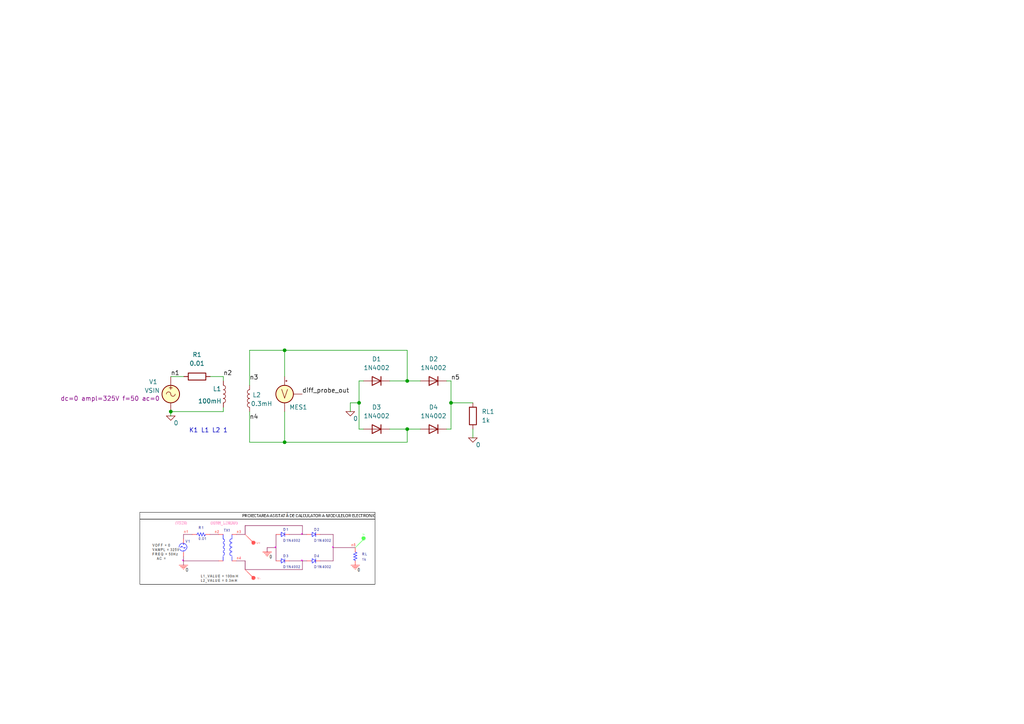
<source format=kicad_sch>
(kicad_sch (version 20250114) (generator "eeschema") (generator_version "9.0")
  (paper "A4")
  (lib_symbols
    (symbol "Device:L" (pin_numbers (hide yes)) (pin_names (offset 1.016) (hide yes))
      (property "Reference" "L" (at -1.27 0 90))
      (property "Value" "L" (at 1.905 0 90))
      (symbol "L_0_1"
        (arc (start 0 2.54) (mid 0.6323 1.905) (end 0 1.27))
        (arc (start 0 1.27) (mid 0.6323 0.635) (end 0 0))
        (arc (start 0 0) (mid 0.6323 -0.635) (end 0 -1.27))
        (arc (start 0 -1.27) (mid 0.6323 -1.905) (end 0 -2.54))
      )
      (symbol "L_1_1"
        (pin passive line (at 0 3.81 270) (length 1.27) (name "1") (number "1"))
        (pin passive line (at 0 -3.81 90) (length 1.27) (name "2") (number "2"))
      )
    )
    (symbol "Device:R" (pin_numbers (hide yes)) (pin_names (offset 0))
      (property "Reference" "R" (at 2.032 0 90))
      (property "Value" "R" (at 0 0 90))
      (symbol "R_0_1"
        (rectangle (start -1.016 -2.54) (end 1.016 2.54) (stroke (width 0.254)))
      )
      (symbol "R_1_1"
        (pin passive line (at 0 3.81 270) (length 1.27) (name "~") (number "1"))
        (pin passive line (at 0 -3.81 90) (length 1.27) (name "~") (number "2"))
      )
    )
    (symbol "Diode:1N4002" (pin_numbers (hide yes)) (pin_names (hide yes))
      (property "Reference" "D" (at 0 2.54 0))
      (property "Value" "1N4002" (at 0 -2.54 0))
      (symbol "1N4002_0_1"
        (polyline (pts (xy -1.27 1.27) (xy -1.27 -1.27)) (stroke (width 0.254)))
        (polyline (pts (xy 1.27 1.27) (xy 1.27 -1.27) (xy -1.27 0) (xy 1.27 1.27)) (stroke (width 0.254)))
        (polyline (pts (xy 1.27 0) (xy -1.27 0)))
      )
      (symbol "1N4002_1_1"
        (pin passive line (at -3.81 0 0) (length 2.54) (name "K") (number "1"))
        (pin passive line (at 3.81 0 180) (length 2.54) (name "A") (number "2"))
      )
    )
    (symbol "Simulation_SPICE:0" (power) (pin_numbers (hide yes)) (pin_names (offset 0) (hide yes))
      (property "Value" "0" (at 0 -2.54 0))
      (symbol "0_0_1"
        (polyline (pts (xy -1.27 0) (xy 0 -1.27) (xy 1.27 0) (xy -1.27 0)))
      )
      (symbol "0_1_1"
        (pin power_in line (at 0 0 0) (length 0) (name "~") (number "1"))
      )
    )
    (symbol "Simulation_SPICE:VOLTMETER_DIFF" (pin_numbers (hide yes)) (pin_names (offset 0.0254) (hide yes)) (in_bom no) (on_board no)
      (property "Reference" "MES?" (at -10.16 0 0))
      (symbol "VOLTMETER_DIFF_0_0"
        (text "V" (at 0 0 0) (effects (font (size 2.54 2.54))))
      )
      (symbol "VOLTMETER_DIFF_0_1"
        (circle (center 0 0) (radius 2.54) (stroke (width 0.254)) (fill (type background)))
        (polyline (pts (xy 0.254 3.81) (xy 0.762 3.81)))
        (polyline (pts (xy 0.508 4.064) (xy 0.508 3.556)))
      )
      (symbol "VOLTMETER_DIFF_1_1"
        (pin passive line (at 0 5.08 270) (length 2.54) (name "+") (number "1"))
        (pin passive line (at 0 -5.08 90) (length 2.54) (name "-") (number "2"))
        (pin output line (at 5.08 0 180) (length 2.54) (name "out") (number "3"))
      )
    )
    (symbol "Simulation_SPICE:VSIN" (pin_numbers (hide yes)) (pin_names (offset 0.0254))
      (property "Reference" "V" (at 2.54 2.54 0))
      (property "Value" "VSIN" (at 2.54 0 0))
      (property "Sim.Params" "dc=0 ampl=1 f=1k ac=1" (at 2.54 -2.54 0))
      (symbol "VSIN_0_0"
        (arc (start -1.27 0) (mid -0.635 0.6323) (end 0 0))
        (arc (start 1.27 0) (mid 0.635 -0.6323) (end 0 0))
        (text "+" (at 0 1.905 0) (effects (font (size 1.27 1.27))))
      )
      (symbol "VSIN_0_1"
        (circle (center 0 0) (radius 2.54) (stroke (width 0.254)) (fill (type background)))
      )
      (symbol "VSIN_1_1"
        (pin passive line (at 0 5.08 270) (length 2.54) (name "~") (number "1"))
        (pin passive line (at 0 -5.08 90) (length 2.54) (name "~") (number "2"))
      )
    )
  )
  (text "K1 L1 L2 1" (at 60.452 124.968 0) (effects (font (size 1.27 1.27))))
  (junction (at 118.11 124.46))
  (junction (at 130.81 116.84))
  (junction (at 82.55 128.27))
  (junction (at 118.11 110.49))
  (junction (at 82.55 101.6))
  (junction (at 49.53 119.38))
  (junction (at 104.14 116.84))
  (wire (pts (xy 72.39 119.38) (xy 72.39 128.27)))
  (wire (pts (xy 82.55 109.22) (xy 82.55 101.6)))
  (wire (pts (xy 137.16 124.46) (xy 137.16 127)))
  (wire (pts (xy 104.14 116.84) (xy 104.14 124.46)))
  (wire (pts (xy 72.39 128.27) (xy 82.55 128.27)))
  (wire (pts (xy 118.11 128.27) (xy 118.11 124.46)))
  (wire (pts (xy 118.11 110.49) (xy 121.92 110.49)))
  (wire (pts (xy 72.39 101.6) (xy 72.39 111.76)))
  (wire (pts (xy 104.14 110.49) (xy 105.41 110.49)))
  (wire (pts (xy 130.81 110.49) (xy 129.54 110.49)))
  (wire (pts (xy 82.55 119.38) (xy 82.55 128.27)))
  (wire (pts (xy 113.03 124.46) (xy 118.11 124.46)))
  (wire (pts (xy 104.14 110.49) (xy 104.14 116.84)))
  (wire (pts (xy 82.55 101.6) (xy 118.11 101.6)))
  (wire (pts (xy 49.53 119.38) (xy 64.77 119.38)))
  (wire (pts (xy 118.11 124.46) (xy 121.92 124.46)))
  (wire (pts (xy 64.77 109.22) (xy 64.77 110.49)))
  (wire (pts (xy 104.14 124.46) (xy 105.41 124.46)))
  (wire (pts (xy 113.03 110.49) (xy 118.11 110.49)))
  (wire (pts (xy 49.53 119.38) (xy 49.53 120.65)))
  (wire (pts (xy 101.6 116.84) (xy 104.14 116.84)))
  (wire (pts (xy 130.81 116.84) (xy 130.81 110.49)))
  (wire (pts (xy 49.53 109.22) (xy 53.34 109.22)))
  (wire (pts (xy 130.81 116.84) (xy 137.16 116.84)))
  (wire (pts (xy 64.77 118.11) (xy 64.77 119.38)))
  (wire (pts (xy 72.39 101.6) (xy 82.55 101.6)))
  (wire (pts (xy 60.96 109.22) (xy 64.77 109.22)))
  (wire (pts (xy 101.6 119.38) (xy 101.6 116.84)))
  (wire (pts (xy 82.55 128.27) (xy 118.11 128.27)))
  (wire (pts (xy 118.11 101.6) (xy 118.11 110.49)))
  (wire (pts (xy 130.81 116.84) (xy 130.81 124.46)))
  (wire (pts (xy 129.54 124.46) (xy 130.81 124.46)))
  (image (at 74.676 159.004) (scale 1.37204))
  (label "n1" (at 49.53 109.22 0))
  (label "diff_probe_out" (at 87.63 114.3 0))
  (label "n3" (at 72.39 110.49 0))
  (label "n5" (at 130.81 110.49 0))
  (label "n2" (at 64.77 109.22 0))
  (label "n4" (at 72.39 121.92 0))
  (symbol (lib_id "Diode:1N4002") (at 109.22 124.46 180) (unit 1)
    (property "Reference" "D3" (at 109.22 118.11 0))
    (property "Value" "1N4002" (at 109.22 120.65 0))
    (property "Footprint" "Diode_THT:D_DO-41_SOD81_P10.16mm_Horizontal" (effects (hide yes)))
    (property "Datasheet" "http://www.vishay.com/docs/88503/1n4001.pdf" (effects (hide yes)))
    (property "Description" "100V 1A General Purpose Rectifier Diode, DO-41" (effects (hide yes)))
    (property "Sim.Device" "D" (effects (hide yes)))
    (property "Sim.Pins" "1=K 2=A" (effects (hide yes)))
  )
  (symbol (lib_id "Device:L") (at 72.39 115.57 0) (mirror y) (unit 1)
    (property "Reference" "L2" (at 75.692 114.554 0) (effects (justify left)))
    (property "Value" "0.3mH" (at 78.994 117.094 0) (effects (justify left)))
    (property "Description" "Inductor" (effects (hide yes)))
  )
  (symbol (lib_id "Simulation_SPICE:0") (at 49.53 120.65 0) (unit 1)
    (property "Reference" "#GND01" (effects (hide yes)))
    (property "Value" "0" (at 51.054 122.682 0))
    (property "Datasheet" "https://ngspice.sourceforge.io/docs/ngspice-html-manual/manual.xhtml#subsec_Circuit_elements__device" (effects (hide yes)))
    (property "Description" "0V reference potential for simulation" (effects (hide yes)))
  )
  (symbol (lib_id "Device:R") (at 57.15 109.22 90) (unit 1)
    (property "Reference" "R1" (at 57.15 102.87 90))
    (property "Value" "0.01" (at 57.15 105.41 90))
    (property "Description" "Resistor" (effects (hide yes)))
  )
  (symbol (lib_id "Diode:1N4002") (at 109.22 110.49 180) (unit 1)
    (property "Reference" "D1" (at 109.22 104.14 0))
    (property "Value" "1N4002" (at 109.22 106.68 0))
    (property "Footprint" "Diode_THT:D_DO-41_SOD81_P10.16mm_Horizontal" (effects (hide yes)))
    (property "Datasheet" "http://www.vishay.com/docs/88503/1n4001.pdf" (effects (hide yes)))
    (property "Description" "100V 1A General Purpose Rectifier Diode, DO-41" (effects (hide yes)))
    (property "Sim.Device" "D" (effects (hide yes)))
    (property "Sim.Pins" "1=K 2=A" (effects (hide yes)))
  )
  (symbol (lib_id "Device:R") (at 137.16 120.65 0) (unit 1)
    (property "Reference" "RL1" (at 139.7 119.3799 0) (effects (justify left)))
    (property "Value" "1k" (at 139.7 121.9199 0) (effects (justify left)))
    (property "Description" "Resistor" (effects (hide yes)))
  )
  (symbol (lib_id "Simulation_SPICE:0") (at 137.16 127 0) (unit 1)
    (property "Reference" "#GND03" (effects (hide yes)))
    (property "Value" "0" (at 138.684 129.032 0))
    (property "Datasheet" "https://ngspice.sourceforge.io/docs/ngspice-html-manual/manual.xhtml#subsec_Circuit_elements__device" (effects (hide yes)))
    (property "Description" "0V reference potential for simulation" (effects (hide yes)))
  )
  (symbol (lib_id "Simulation_SPICE:VOLTMETER_DIFF") (at 82.55 114.3 0) (unit 1) (in_bom no) (on_board no)
    (property "Reference" "MES1" (at 89.154 118.11 0) (effects (justify right)))
    (property "Value" "VOLTMETER_DIFF" (effects (hide yes)))
    (property "Datasheet" "https://ngspice.sourceforge.io/docs/ngspice-html-manual/manual.xhtml#sec__SUBCKT_Subcircuits" (effects (hide yes)))
    (property "Description" "Differential voltmeter for simulation. The sensed differential voltage can be measured on the third terminal as a single-ended voltage" (effects (hide yes)))
    (property "Sim.Name" "kicad_builtin_vdiff" (effects (hide yes)))
    (property "Sim.Device" "SUBCKT" (effects (hide yes)))
    (property "Sim.Pins" "1=1 2=2 3=3" (effects (hide yes)))
    (property "Sim.Library" "${KICAD9_SYMBOL_DIR}/Simulation_SPICE.sp" (effects (hide yes)))
  )
  (symbol (lib_id "Simulation_SPICE:VSIN") (at 49.53 114.3 0) (unit 1)
    (property "Reference" "V1" (at 43.18 110.744 0) (effects (justify left)))
    (property "Value" "VSIN" (at 41.91 113.284 0) (effects (justify left)))
    (property "Datasheet" "https://ngspice.sourceforge.io/docs/ngspice-html-manual/manual.xhtml#sec_Independent_Sources_for" (effects (hide yes)))
    (property "Description" "Voltage source, sinusoidal" (effects (hide yes)))
    (property "Sim.Pins" "1=+ 2=-" (effects (hide yes)))
    (property "Sim.Params" "dc=0 ampl=325V f=50 ac=0" (at 17.526 115.57 0) (effects (justify left)))
    (property "Sim.Type" "SIN" (effects (hide yes)))
    (property "Sim.Device" "V" (effects (hide yes)))
  )
  (symbol (lib_id "Diode:1N4002") (at 125.73 124.46 180) (unit 1)
    (property "Reference" "D4" (at 125.73 118.11 0))
    (property "Value" "1N4002" (at 125.73 120.65 0))
    (property "Footprint" "Diode_THT:D_DO-41_SOD81_P10.16mm_Horizontal" (effects (hide yes)))
    (property "Datasheet" "http://www.vishay.com/docs/88503/1n4001.pdf" (effects (hide yes)))
    (property "Description" "100V 1A General Purpose Rectifier Diode, DO-41" (effects (hide yes)))
    (property "Sim.Device" "D" (effects (hide yes)))
    (property "Sim.Pins" "1=K 2=A" (effects (hide yes)))
  )
  (symbol (lib_id "Diode:1N4002") (at 125.73 110.49 180) (unit 1)
    (property "Reference" "D2" (at 125.73 104.14 0))
    (property "Value" "1N4002" (at 125.73 106.68 0))
    (property "Footprint" "Diode_THT:D_DO-41_SOD81_P10.16mm_Horizontal" (effects (hide yes)))
    (property "Datasheet" "http://www.vishay.com/docs/88503/1n4001.pdf" (effects (hide yes)))
    (property "Description" "100V 1A General Purpose Rectifier Diode, DO-41" (effects (hide yes)))
    (property "Sim.Device" "D" (effects (hide yes)))
    (property "Sim.Pins" "1=K 2=A" (effects (hide yes)))
  )
  (symbol (lib_id "Device:L") (at 64.77 114.3 0) (unit 1)
    (property "Reference" "L1" (at 61.722 112.776 0) (effects (justify left)))
    (property "Value" "100mH" (at 57.404 116.332 0) (effects (justify left)))
    (property "Description" "Inductor" (effects (hide yes)))
  )
  (symbol (lib_id "Simulation_SPICE:0") (at 101.6 119.38 0) (unit 1)
    (property "Reference" "#GND02" (effects (hide yes)))
    (property "Value" "0" (at 103.124 121.412 0))
    (property "Datasheet" "https://ngspice.sourceforge.io/docs/ngspice-html-manual/manual.xhtml#subsec_Circuit_elements__device" (effects (hide yes)))
    (property "Description" "0V reference potential for simulation" (effects (hide yes)))
  )
)
</source>
